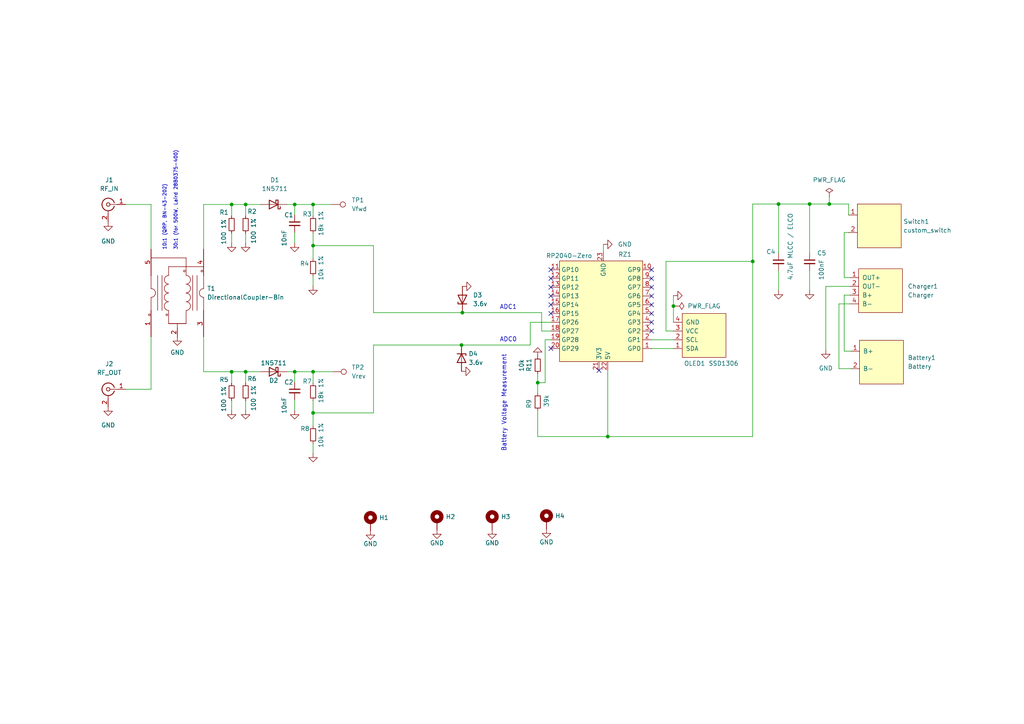
<source format=kicad_sch>
(kicad_sch (version 20211123) (generator eeschema)
  (paper "A4")
  (title_block (title "G8GYW QRP RF Meter") (date "2022-06-28") (rev "v0.02") (company "Modded by Dhiru (VU3CER)"))
  (lib_symbols
    (symbol "Connector:Conn_Coaxial" (pin_names (offset 1.016) hide)
      (property "Reference" "J" (at 0.254 3.048 0))
      (property "Value" "Conn_Coaxial" (at 2.921 0 90))
      (symbol "Conn_Coaxial_0_1"
        (arc (start -1.778 -0.508) (mid 0.2311 -1.8066) (end 1.778 0) (stroke (width 0.254)))
        (polyline (pts (xy -2.54 0) (xy -0.508 0)))
        (polyline (pts (xy 0 -2.54) (xy 0 -1.778)))
        (circle (center 0 0) (radius 0.508) (stroke (width 0.2032)))
        (arc (start 1.778 0) (mid 0.2099 1.8101) (end -1.778 0.508) (stroke (width 0.254)))
      )
      (symbol "Conn_Coaxial_1_1"
        (pin passive line (at -5.08 0 0) (length 2.54) (name "In") (number "1"))
        (pin passive line (at 0 -5.08 90) (length 2.54) (name "Ext") (number "2"))
      )
    )
    (symbol "Connector:TestPoint" (pin_numbers hide) (pin_names (offset 0.762) hide)
      (property "Reference" "TP" (at 0 6.858 0))
      (property "Value" "TestPoint" (at 0 5.08 0))
      (symbol "TestPoint_0_1"
        (circle (center 0 3.302) (radius 0.762))
      )
      (symbol "TestPoint_1_1"
        (pin passive line (at 0 0 90) (length 2.54) (name "1") (number "1"))
      )
    )
    (symbol "Device:C_Small" (pin_numbers hide) (pin_names (offset 0.254) hide)
      (property "Reference" "C" (at 0.254 1.778 0))
      (property "Value" "C_Small" (at 0.254 -2.032 0))
      (symbol "C_Small_0_1"
        (polyline (pts (xy -1.524 -0.508) (xy 1.524 -0.508)) (stroke (width 0.3302)))
        (polyline (pts (xy -1.524 0.508) (xy 1.524 0.508)) (stroke (width 0.3048)))
      )
      (symbol "C_Small_1_1"
        (pin passive line (at 0 2.54 270) (length 2.032) (name "~") (number "1"))
        (pin passive line (at 0 -2.54 90) (length 2.032) (name "~") (number "2"))
      )
    )
    (symbol "Device:D_Zener" (pin_numbers hide) (pin_names (offset 1.016) hide)
      (property "Reference" "D" (at 0 2.54 0))
      (property "Value" "D_Zener" (at 0 -2.54 0))
      (symbol "D_Zener_0_1"
        (polyline (pts (xy 1.27 0) (xy -1.27 0)))
        (polyline (pts (xy -1.27 -1.27) (xy -1.27 1.27) (xy -0.762 1.27)) (stroke (width 0.254)))
        (polyline (pts (xy 1.27 -1.27) (xy 1.27 1.27) (xy -1.27 0) (xy 1.27 -1.27)) (stroke (width 0.254)))
      )
      (symbol "D_Zener_1_1"
        (pin passive line (at -3.81 0 0) (length 2.54) (name "K") (number "1"))
        (pin passive line (at 3.81 0 180) (length 2.54) (name "A") (number "2"))
      )
    )
    (symbol "Device:R_Small" (pin_numbers hide) (pin_names (offset 0.254) hide)
      (property "Reference" "R" (at 0.762 0.508 0))
      (property "Value" "R_Small" (at 0.762 -1.016 0))
      (symbol "R_Small_0_1"
        (rectangle (start -0.762 1.778) (end 0.762 -1.778) (stroke (width 0.2032)))
      )
      (symbol "R_Small_1_1"
        (pin passive line (at 0 2.54 270) (length 0.762) (name "~") (number "1"))
        (pin passive line (at 0 -2.54 90) (length 0.762) (name "~") (number "2"))
      )
    )
    (symbol "Diode:1N5711" (pin_numbers hide) (pin_names (offset 1.016) hide)
      (property "Reference" "D" (at 0 2.54 0))
      (property "Value" "1N5711" (at 0 -2.54 0))
      (symbol "1N5711_0_1"
        (polyline (pts (xy 1.27 0) (xy -1.27 0)))
        (polyline (pts (xy 1.27 1.27) (xy 1.27 -1.27) (xy -1.27 0) (xy 1.27 1.27)) (stroke (width 0.254)))
        (polyline (pts (xy -1.905 0.635) (xy -1.905 1.27) (xy -1.27 1.27) (xy -1.27 -1.27) (xy -0.635 -1.27) (xy -0.635 -0.635)) (stroke (width 0.254)))
      )
      (symbol "1N5711_1_1"
        (pin passive line (at -3.81 0 0) (length 2.54) (name "K") (number "1"))
        (pin passive line (at 3.81 0 180) (length 2.54) (name "A") (number "2"))
      )
    )
    (symbol "Mechanical:MountingHole_Pad" (pin_numbers hide) (pin_names (offset 1.016) hide)
      (property "Reference" "H" (at 0 6.35 0))
      (property "Value" "MountingHole_Pad" (at 0 4.445 0))
      (symbol "MountingHole_Pad_0_1"
        (circle (center 0 1.27) (radius 1.27) (stroke (width 1.27)))
      )
      (symbol "MountingHole_Pad_1_1"
        (pin input line (at 0 -2.54 90) (length 2.54) (name "1") (number "1"))
      )
    )
    (symbol "custom_battery:Battery" (pin_names (offset 1.016))
      (property "Reference" "Battery1" (at 8.128 1.2701 0))
      (property "Value" "Battery" (at 8.128 -1.2699 0))
      (symbol "Battery_0_1"
        (rectangle (start -6.35 6.35) (end 6.35 -6.35) (fill (type background)))
      )
      (symbol "Battery_1_1"
        (pin bidirectional line (at -8.89 3.175 0) (length 2.54) (name "B+") (number "1"))
        (pin bidirectional line (at -8.89 -1.905 0) (length 2.54) (name "B-") (number "2"))
      )
    )
    (symbol "custom_charger:Charger" (pin_names (offset 1.016))
      (property "Reference" "Charger?" (at 8.128 1.2701 0))
      (property "Value" "Charger" (at 8.128 -1.2699 0))
      (symbol "Charger_0_1"
        (rectangle (start -6.35 6.35) (end 6.35 -6.35) (fill (type background)))
      )
      (symbol "Charger_1_1"
        (pin passive line (at -8.89 3.81 0) (length 2.54) (name "OUT+") (number "1"))
        (pin passive line (at -8.89 1.27 0) (length 2.54) (name "OUT-") (number "2"))
        (pin passive line (at -8.89 -1.27 0) (length 2.54) (name "B+") (number "3"))
        (pin passive line (at -8.89 -3.81 0) (length 2.54) (name "B-") (number "4"))
      )
    )
    (symbol "directionalcoupler-bin-modded:DirectionalCoupler-Bin" (pin_names (offset 1.016) hide)
      (property "Reference" "T1" (at 8.382 -5.334 0))
      (property "Value" "BN43-202" (at -1.778 9.652 0))
      (symbol "DirectionalCoupler-Bin_0_1"
        (circle (center -6.35 3.048) (radius 0.254))
        (circle (center -6.35 8.128) (radius 0.254))
        (arc (start -3.81 3.7846) (mid -4.6901 3.4201) (end -5.08 2.54))
        (arc (start -2.5654 2.54) (mid -2.9299 3.4201) (end -3.81 3.7846))
        (arc (start -1.27 3.7846) (mid -2.1501 3.4201) (end -2.54 2.54))
        (arc (start -1.27 7.62) (mid -0.898 6.722) (end 0 6.35))
        (arc (start -0.0254 2.54) (mid -0.3899 3.4201) (end -1.27 3.7846))
        (polyline (pts (xy -10.16 0) (xy -8.89 0)))
        (polyline (pts (xy -8.89 2.54) (xy -8.89 -2.54)))
        (polyline (pts (xy -5.08 5.715) (xy 5.08 5.715)))
        (polyline (pts (xy -1.27 -7.62) (xy -5.08 -7.62)))
        (polyline (pts (xy -1.27 7.62) (xy -5.08 7.62)))
        (polyline (pts (xy 1.27 -7.62) (xy 5.08 -7.62)))
        (polyline (pts (xy 1.27 7.62) (xy 5.08 7.62)))
        (polyline (pts (xy 5.08 -2.54) (xy 10.16 -2.54)))
        (polyline (pts (xy 5.08 2.54) (xy 7.62 2.54)))
        (polyline (pts (xy 5.08 4.445) (xy -5.08 4.445)))
        (polyline (pts (xy 7.62 -7.62) (xy 7.62 2.54)))
        (polyline (pts (xy 10.16 7.62) (xy 10.16 -2.54)))
        (polyline (pts (xy -5.08 2.54) (xy -8.89 2.54) (xy -8.89 -2.54) (xy -5.08 -2.54)))
        (arc (start 0 6.35) (mid 0.898 6.722) (end 1.2446 7.62))
        (arc (start 1.27 3.7846) (mid 0.3899 3.4201) (end 0 2.54))
        (arc (start 2.5146 2.54) (mid 2.1501 3.4201) (end 1.27 3.7846))
        (arc (start 3.81 3.7592) (mid 2.9299 3.3947) (end 2.54 2.5146))
        (arc (start 5.0546 2.5146) (mid 4.6901 3.3947) (end 3.81 3.7592))
        (circle (center 6.35 -7.112) (radius 0.254))
        (circle (center 6.35 -2.032) (radius 0.254))
      )
      (symbol "DirectionalCoupler-Bin_1_1"
        (arc (start -5.08 -2.54) (mid -4.708 -3.438) (end -3.81 -3.81))
        (arc (start -3.81 -3.81) (mid -2.912 -3.438) (end -2.5654 -2.54))
        (arc (start -2.54 -2.54) (mid -2.168 -3.438) (end -1.27 -3.81))
        (arc (start -1.27 -3.81) (mid -0.372 -3.438) (end -0.0254 -2.54))
        (arc (start 0 -6.3754) (mid -0.8801 -6.7399) (end -1.27 -7.62))
        (arc (start 0 -2.54) (mid 0.372 -3.438) (end 1.27 -3.81))
        (polyline (pts (xy -5.08 -4.445) (xy 5.08 -4.445)))
        (polyline (pts (xy 5.08 -5.715) (xy -5.08 -5.715)))
        (arc (start 1.2446 -7.62) (mid 0.8801 -6.7399) (end 0 -6.3754))
        (arc (start 1.27 -3.81) (mid 2.168 -3.438) (end 2.5146 -2.54))
        (arc (start 2.54 -2.54) (mid 2.912 -3.438) (end 3.81 -3.81))
        (arc (start 3.81 -3.81) (mid 4.708 -3.438) (end 5.0546 -2.54))
        (pin passive line (at -12.7 7.62 0) (length 7.62) (name "1") (number "1"))
        (pin input line (at -12.7 0 0) (length 2.54) (name "2") (number "2"))
        (pin passive line (at -12.7 -7.62 0) (length 7.62) (name "3") (number "3"))
        (pin passive line (at 12.7 -7.62 180) (length 7.62) (name "4") (number "4"))
        (pin passive line (at 12.7 7.62 180) (length 7.62) (name "5") (number "5"))
      )
    )
    (symbol "power:GND" (power) (pin_names (offset 0))
      (property "Value" "GND" (at 0 -3.81 0))
      (symbol "GND_0_1"
        (polyline (pts (xy 0 0) (xy 0 -1.27) (xy 1.27 -1.27) (xy 0 -2.54) (xy -1.27 -1.27) (xy 0 -1.27)))
      )
      (symbol "GND_1_1"
        (pin power_in line (at 0 0 270) (length 0) hide (name "GND") (number "1"))
      )
    )
    (symbol "power:PWR_FLAG" (power) (pin_numbers hide) (pin_names (offset 0) hide)
      (property "Value" "PWR_FLAG" (at 0 3.81 0))
      (symbol "PWR_FLAG_0_0"
        (pin power_out line (at 0 0 90) (length 0) (name "pwr") (number "1"))
      )
      (symbol "PWR_FLAG_0_1"
        (polyline (pts (xy 0 0) (xy 0 1.27) (xy -1.016 1.905) (xy 0 2.54) (xy 1.016 1.905) (xy 0 1.27)))
      )
    )
    (symbol "rp2040-zero:RP2040-Zero"
      (property "Reference" "RZ" (at 0 0 0))
      (property "Value" "RP2040-Zero" (at 0 -2.54 0))
      (symbol "RP2040-Zero_0_1"
        (rectangle (start -11.43 -15.24) (end 12.7 13.97) (fill (type background)))
      )
      (symbol "RP2040-Zero_1_1"
        (pin bidirectional line (at -13.97 10.16 0) (length 2.54) (name "GP0") (number "1"))
        (pin bidirectional line (at -13.97 -12.7 0) (length 2.54) (name "GP9") (number "10"))
        (pin bidirectional line (at 15.24 -12.7 180) (length 2.54) (name "GP10") (number "11"))
        (pin bidirectional line (at 15.24 -10.16 180) (length 2.54) (name "GP11") (number "12"))
        (pin bidirectional line (at 15.24 -7.62 180) (length 2.54) (name "GP12") (number "13"))
        (pin bidirectional line (at 15.24 -5.08 180) (length 2.54) (name "GP13") (number "14"))
        (pin bidirectional line (at 15.24 -2.54 180) (length 2.54) (name "GP14") (number "15"))
        (pin bidirectional line (at 15.24 0 180) (length 2.54) (name "GP15") (number "16"))
        (pin bidirectional line (at 15.24 2.54 180) (length 2.54) (name "GP26") (number "17"))
        (pin bidirectional line (at 15.24 5.08 180) (length 2.54) (name "GP27") (number "18"))
        (pin bidirectional line (at 15.24 7.62 180) (length 2.54) (name "GP28") (number "19"))
        (pin bidirectional line (at -13.97 7.62 0) (length 2.54) (name "GP1") (number "2"))
        (pin bidirectional line (at 15.24 10.16 180) (length 2.54) (name "GP29") (number "20"))
        (pin power_in line (at 1.27 16.51 270) (length 2.54) (name "3V3") (number "21"))
        (pin power_in line (at -1.27 16.51 270) (length 2.54) (name "5V") (number "22"))
        (pin power_in line (at 0 -17.78 90) (length 2.54) (name "GND") (number "23"))
        (pin bidirectional line (at -13.97 5.08 0) (length 2.54) (name "GP2") (number "3"))
        (pin bidirectional line (at -13.97 2.54 0) (length 2.54) (name "GP3") (number "4"))
        (pin bidirectional line (at -13.97 0 0) (length 2.54) (name "GP4") (number "5"))
        (pin bidirectional line (at -13.97 -2.54 0) (length 2.54) (name "GP5") (number "6"))
        (pin bidirectional line (at -13.97 -5.08 0) (length 2.54) (name "GP6") (number "7"))
        (pin bidirectional line (at -13.97 -7.62 0) (length 2.54) (name "GP7") (number "8"))
        (pin bidirectional line (at -13.97 -10.16 0) (length 2.54) (name "GP8") (number "9"))
      )
    )
    (symbol "ssd1306:SSD1306" (pin_names (offset 1.016))
      (property "Reference" "OLED1" (at -9.398 -0.508 90))
      (property "Value" "SSD1306" (at 8.001 -2.159 90))
      (symbol "SSD1306_0_1"
        (rectangle (start -6.35 6.35) (end 6.35 -6.35) (fill (type background)))
      )
      (symbol "SSD1306_1_1"
        (pin input line (at 3.81 8.89 270) (length 2.54) (name "SDA") (number "1"))
        (pin input line (at 1.27 8.89 270) (length 2.54) (name "SCL") (number "2"))
        (pin input line (at -1.27 8.89 270) (length 2.54) (name "VCC") (number "3"))
        (pin input line (at -3.81 8.89 270) (length 2.54) (name "GND") (number "4"))
      )
    )
    (symbol "switch:custom_switch" (pin_names (offset 1.016))
      (property "Reference" "Switch1" (at 2.54 10.795 90))
      (property "Value" "custom_switch" (at 0 9.525 90))
      (symbol "custom_switch_0_1"
        (rectangle (start -6.35 6.35) (end 6.35 -6.35) (fill (type background)))
      )
      (symbol "custom_switch_1_1"
        (pin passive line (at -8.89 3.175 0) (length 2.54) (name "") (number "1"))
        (pin passive line (at -8.89 -1.905 0) (length 2.54) (name "") (number "2"))
      )
    )
  )
  (junction (at 71.247 107.823))
  (junction (at 90.805 119.761))
  (junction (at 71.247 59.309))
  (junction (at 225.806 59.182))
  (junction (at 240.538 59.182))
  (junction (at 195.326 88.773))
  (junction (at 90.805 107.823))
  (junction (at 133.858 100.076))
  (junction (at 155.956 110.998))
  (junction (at 90.805 71.247))
  (junction (at 85.471 59.309))
  (junction (at 176.276 126.619))
  (junction (at 90.805 59.309))
  (junction (at 234.823 59.182))
  (junction (at 85.471 107.823))
  (junction (at 218.313 75.819))
  (junction (at 67.183 59.309))
  (junction (at 67.183 107.823))
  (junction (at 134.112 90.678))
  (no_connect (at 188.976 85.852))
  (no_connect (at 188.976 88.392))
  (no_connect (at 188.976 90.932))
  (no_connect (at 188.976 93.472))
  (no_connect (at 188.976 78.232))
  (no_connect (at 188.976 80.772))
  (no_connect (at 188.976 83.312))
  (no_connect (at 159.766 83.312))
  (no_connect (at 159.766 80.772))
  (no_connect (at 159.766 78.232))
  (no_connect (at 159.766 85.852))
  (no_connect (at 159.766 101.092))
  (no_connect (at 159.766 90.932))
  (no_connect (at 159.766 88.392))
  (no_connect (at 188.976 96.012))
  (no_connect (at 173.736 107.442))
  (wire (pts (xy 108.331 71.247) (xy 108.331 90.678)))
  (wire (pts (xy 153.797 100.076) (xy 153.797 93.472)))
  (wire (pts (xy 134.112 90.678) (xy 157.099 90.678)))
  (wire (pts (xy 71.247 107.823) (xy 71.247 111.125)))
  (wire (pts (xy 90.805 71.247) (xy 90.805 75.057)))
  (wire (pts (xy 85.471 107.823) (xy 90.805 107.823)))
  (wire (pts (xy 244.856 80.518) (xy 246.507 80.518)))
  (wire (pts (xy 240.538 57.15) (xy 240.538 59.182)))
  (wire (pts (xy 176.276 126.619) (xy 155.956 126.619)))
  (wire (pts (xy 59.055 97.663) (xy 59.055 107.823)))
  (wire (pts (xy 90.805 119.761) (xy 90.805 123.571)))
  (wire (pts (xy 243.332 106.934) (xy 246.761 106.934)))
  (wire (pts (xy 36.449 112.903) (xy 43.815 112.903)))
  (wire (pts (xy 90.805 80.137) (xy 90.805 82.931)))
  (wire (pts (xy 155.956 110.998) (xy 155.956 114.046)))
  (wire (pts (xy 71.247 59.309) (xy 75.565 59.309)))
  (wire (pts (xy 85.471 59.309) (xy 90.805 59.309)))
  (wire (pts (xy 67.183 59.309) (xy 67.183 62.611)))
  (wire (pts (xy 195.326 88.773) (xy 195.326 93.472)))
  (wire (pts (xy 71.247 67.691) (xy 71.247 70.485)))
  (wire (pts (xy 159.766 98.552) (xy 158.115 98.552)))
  (wire (pts (xy 234.823 59.182) (xy 240.538 59.182)))
  (wire (pts (xy 218.313 75.819) (xy 218.313 126.619)))
  (wire (pts (xy 85.471 59.309) (xy 85.471 62.357)))
  (wire (pts (xy 67.183 107.823) (xy 71.247 107.823)))
  (wire (pts (xy 90.805 119.761) (xy 108.331 119.761)))
  (wire (pts (xy 155.956 119.126) (xy 155.956 126.619)))
  (wire (pts (xy 193.167 75.819) (xy 218.313 75.819)))
  (wire (pts (xy 157.099 90.678) (xy 157.099 96.012)))
  (wire (pts (xy 195.326 85.725) (xy 195.326 88.773)))
  (wire (pts (xy 83.185 59.309) (xy 85.471 59.309)))
  (wire (pts (xy 243.332 88.138) (xy 243.332 106.934)))
  (wire (pts (xy 175.006 70.866) (xy 175.006 73.152)))
  (wire (pts (xy 108.331 90.678) (xy 134.112 90.678)))
  (wire (pts (xy 244.856 67.437) (xy 246.126 67.437)))
  (wire (pts (xy 244.856 101.854) (xy 246.761 101.854)))
  (wire (pts (xy 246.126 62.357) (xy 246.126 59.182)))
  (wire (pts (xy 71.247 116.205) (xy 71.247 118.999)))
  (wire (pts (xy 90.805 107.823) (xy 90.805 111.125)))
  (wire (pts (xy 155.956 108.458) (xy 155.956 110.998)))
  (wire (pts (xy 239.522 101.473) (xy 239.522 83.058)))
  (wire (pts (xy 67.183 59.309) (xy 71.247 59.309)))
  (wire (pts (xy 195.326 96.012) (xy 193.167 96.012)))
  (wire (pts (xy 133.858 100.076) (xy 153.797 100.076)))
  (wire (pts (xy 108.331 100.076) (xy 133.858 100.076)))
  (wire (pts (xy 195.326 88.773) (xy 195.834 88.773)))
  (wire (pts (xy 234.823 59.182) (xy 234.823 73.406)))
  (wire (pts (xy 59.055 59.309) (xy 67.183 59.309)))
  (wire (pts (xy 157.099 96.012) (xy 159.766 96.012)))
  (wire (pts (xy 244.856 67.437) (xy 244.856 80.518)))
  (wire (pts (xy 67.183 116.205) (xy 67.183 118.999)))
  (wire (pts (xy 83.185 107.823) (xy 85.471 107.823)))
  (wire (pts (xy 67.183 67.691) (xy 67.183 70.485)))
  (wire (pts (xy 108.331 100.076) (xy 108.331 119.761)))
  (wire (pts (xy 158.115 98.552) (xy 158.115 110.998)))
  (wire (pts (xy 67.183 107.823) (xy 67.183 111.125)))
  (wire (pts (xy 176.276 126.619) (xy 218.313 126.619)))
  (wire (pts (xy 244.856 85.598) (xy 244.856 101.854)))
  (wire (pts (xy 36.449 59.309) (xy 43.815 59.309)))
  (wire (pts (xy 158.115 110.998) (xy 155.956 110.998)))
  (wire (pts (xy 43.815 59.309) (xy 43.815 72.263)))
  (wire (pts (xy 246.507 85.598) (xy 244.856 85.598)))
  (wire (pts (xy 225.806 59.182) (xy 225.806 73.406)))
  (wire (pts (xy 85.471 107.823) (xy 85.471 110.871)))
  (wire (pts (xy 218.313 59.182) (xy 218.313 75.819)))
  (wire (pts (xy 153.797 93.472) (xy 159.766 93.472)))
  (wire (pts (xy 43.815 97.663) (xy 43.815 112.903)))
  (wire (pts (xy 59.055 107.823) (xy 67.183 107.823)))
  (wire (pts (xy 85.471 67.437) (xy 85.471 70.485)))
  (wire (pts (xy 225.806 59.182) (xy 234.823 59.182)))
  (wire (pts (xy 234.823 78.486) (xy 234.823 84.201)))
  (wire (pts (xy 239.522 83.058) (xy 246.507 83.058)))
  (wire (pts (xy 176.276 107.442) (xy 176.276 126.619)))
  (wire (pts (xy 240.538 59.182) (xy 246.126 59.182)))
  (wire (pts (xy 90.805 59.309) (xy 96.139 59.309)))
  (wire (pts (xy 225.806 78.486) (xy 225.806 84.201)))
  (wire (pts (xy 90.805 128.651) (xy 90.805 131.445)))
  (wire (pts (xy 71.247 59.309) (xy 71.247 62.611)))
  (wire (pts (xy 246.507 88.138) (xy 243.332 88.138)))
  (wire (pts (xy 218.313 59.182) (xy 225.806 59.182)))
  (wire (pts (xy 85.471 115.951) (xy 85.471 118.999)))
  (wire (pts (xy 90.805 107.823) (xy 96.393 107.823)))
  (wire (pts (xy 90.805 67.691) (xy 90.805 71.247)))
  (wire (pts (xy 188.976 101.092) (xy 195.326 101.092)))
  (wire (pts (xy 90.805 116.205) (xy 90.805 119.761)))
  (wire (pts (xy 90.805 59.309) (xy 90.805 62.611)))
  (wire (pts (xy 193.167 75.819) (xy 193.167 96.012)))
  (wire (pts (xy 188.976 98.552) (xy 195.326 98.552)))
  (wire (pts (xy 90.805 71.247) (xy 108.331 71.247)))
  (wire (pts (xy 59.055 59.309) (xy 59.055 72.263)))
  (wire (pts (xy 71.247 107.823) (xy 75.565 107.823)))
  (text "Battery Voltage Measurement" (at 146.939 131.064 90) (effects (font (size 1.27 1.27)) (justify left bottom)))
  (text "ADC0" (at 144.907 99.314 0) (effects (font (size 1.27 1.27)) (justify left bottom)))
  (text "ADC1" (at 144.907 89.916 0) (effects (font (size 1.27 1.27)) (justify left bottom)))
  (text "10:1 (QRP, BN-43-202)\n\n30:1 (for 500W, Laird 28B0375-400)" (at 51.562 72.644 90) (effects (font (size 1 1)) (justify left bottom)))
  (symbol (lib_id "power:GND") (at 107.442 153.924 0) (unit 1)
    (property "Reference" "#PWR0104" (effects hide))
    (property "Value" "GND" (at 107.442 157.734 0))
  )
  (symbol (lib_id "power:GND") (at 126.746 153.67 0) (unit 1)
    (property "Reference" "#PWR0105" (effects hide))
    (property "Value" "GND" (at 126.746 157.48 0))
  )
  (symbol (lib_id "Device:D_Zener") (at 134.112 86.868 90) (unit 1)
    (property "Reference" "D3" (at 137.16 85.5979 90) (effects (justify right)))
    (property "Value" "3.6v" (at 137.16 88.1379 90) (effects (justify right)))
    (property "Footprint" "Diode_THT:D_DO-41_SOD81_P2.54mm_Vertical_KathodeUp" (effects hide))
  )
  (symbol (lib_id "Diode:1N5711") (at 79.375 107.823 180) (unit 1)
    (property "Reference" "D2" (at 79.375 110.363 0))
    (property "Value" "1N5711" (at 79.375 105.283 0))
    (property "Footprint" "Diode_THT:D_DO-35_SOD27_P2.54mm_Vertical_KathodeUp" (effects hide))
    (property "Datasheet" "https://www.microsemi.com/document-portal/doc_download/8865-lds-0040-datasheet" (effects hide))
  )
  (symbol (lib_id "power:GND") (at 234.823 84.201 0) (unit 1)
    (property "Reference" "#PWR015" (effects hide))
    (property "Value" "GND" (effects hide))
  )
  (symbol (lib_id "Device:C_Small") (at 225.806 75.946 0) (unit 1)
    (property "Reference" "C4" (at 222.25 73.025 0) (effects (justify left)))
    (property "Value" "4.7uF MLCC / ELCO" (at 229.235 81.28 90) (effects (justify left)))
    (property "Footprint" "Capacitor_SMD:C_1206_3216Metric_Pad1.33x1.80mm_HandSolder" (effects hide))
  )
  (symbol (lib_id "power:GND") (at 175.006 70.866 90) (unit 1)
    (property "Reference" "#PWR012" (effects hide))
    (property "Value" "GND" (at 179.197 70.8659 90) (effects (justify right)))
  )
  (symbol (lib_id "power:GND") (at 195.326 85.725 90) (unit 1)
    (property "Reference" "#PWR011" (effects hide))
    (property "Value" "GND" (effects hide))
  )
  (symbol (lib_id "Device:C_Small") (at 234.823 75.946 0) (unit 1)
    (property "Reference" "C5" (at 236.982 73.406 0) (effects (justify left)))
    (property "Value" "100nF" (at 238.252 81.28 90) (effects (justify left)))
    (property "Footprint" "Capacitor_SMD:C_1206_3216Metric_Pad1.33x1.80mm_HandSolder" (effects hide))
  )
  (symbol (lib_id "power:GND") (at 155.956 103.378 180) (unit 1)
    (property "Reference" "#PWR013" (effects hide))
    (property "Value" "GND" (effects hide))
  )
  (symbol (lib_id "power:GND") (at 31.369 117.983 0) (unit 1)
    (property "Reference" "#PWR06" (effects hide))
    (property "Value" "GND" (at 31.369 123.317 0))
  )
  (symbol (lib_id "power:GND") (at 90.805 82.931 0) (unit 1)
    (property "Reference" "#PWR09" (effects hide))
    (property "Value" "GND" (effects hide))
  )
  (symbol (lib_id "power:GND") (at 85.471 70.485 0) (unit 1)
    (property "Reference" "#PWR07" (effects hide))
    (property "Value" "GND" (effects hide))
  )
  (symbol (lib_id "Device:R_Small") (at 67.183 113.665 0) (unit 1)
    (property "Reference" "R5" (at 63.627 110.109 0) (effects (justify left)))
    (property "Value" "100 1%" (at 64.897 119.507 90) (effects (justify left)))
    (property "Footprint" "Resistor_SMD:R_1206_3216Metric_Pad1.30x1.75mm_HandSolder" (effects hide))
  )
  (symbol (lib_id "power:GND") (at 71.247 118.999 0) (unit 1)
    (property "Reference" "#PWR04" (effects hide))
    (property "Value" "GND" (effects hide))
  )
  (symbol (lib_id "rp2040-zero:RP2040-Zero") (at 175.006 90.932 180) (unit 1)
    (property "Reference" "RZ1" (at 179.324 73.787 0) (effects (justify right)))
    (property "Value" "RP2040-Zero" (at 158.369 74.168 0) (effects (justify right)))
    (property "Footprint" "footprints:RP2040-Zero" (effects hide))
  )
  (symbol (lib_id "power:PWR_FLAG") (at 195.834 88.773 270) (unit 1)
    (property "Reference" "#FLG0102" (effects hide))
    (property "Value" "PWR_FLAG" (at 199.39 88.7729 90) (effects (justify left)))
  )
  (symbol (lib_id "power:GND") (at 134.112 83.058 90) (unit 1)
    (property "Reference" "#PWR0107" (effects hide))
    (property "Value" "GND" (effects hide))
  )
  (symbol (lib_id "Connector:TestPoint") (at 96.139 59.309 270) (unit 1)
    (property "Reference" "TP1" (at 101.981 58.0389 90) (effects (justify left)))
    (property "Value" "Vfwd" (at 101.981 60.5789 90) (effects (justify left)))
    (property "Footprint" "Connector_PinHeader_2.54mm:PinHeader_1x01_P2.54mm_Vertical" (effects hide))
  )
  (symbol (lib_id "Diode:1N5711") (at 79.375 59.309 180) (unit 1)
    (property "Reference" "D1" (at 79.6925 52.197 0))
    (property "Value" "1N5711" (at 79.6925 54.737 0))
    (property "Footprint" "Diode_THT:D_DO-35_SOD27_P2.54mm_Vertical_KathodeUp" (effects hide))
    (property "Datasheet" "https://www.microsemi.com/document-portal/doc_download/8865-lds-0040-datasheet" (effects hide))
  )
  (symbol (lib_id "Device:R_Small") (at 90.805 126.111 0) (unit 1)
    (property "Reference" "R8" (at 87.122 124.333 0) (effects (justify left)))
    (property "Value" "10k 1%" (at 93.091 129.921 90) (effects (justify left)))
    (property "Footprint" "Resistor_SMD:R_1206_3216Metric_Pad1.30x1.75mm_HandSolder" (effects hide))
  )
  (symbol (lib_id "ssd1306:SSD1306") (at 204.216 97.282 90) (mirror x) (unit 1)
    (property "Reference" "OLED1" (at 198.374 105.41 90) (effects (justify right)))
    (property "Value" "SSD1306" (at 205.486 105.41 90) (effects (justify right)))
    (property "Footprint" "Connector_PinHeader_2.54mm:PinHeader_1x04_P2.54mm_Vertical" (effects hide))
  )
  (symbol (lib_id "Device:R_Small") (at 67.183 65.151 0) (unit 1)
    (property "Reference" "R1" (at 63.627 61.595 0) (effects (justify left)))
    (property "Value" "100 1%" (at 64.897 70.993 90) (effects (justify left)))
    (property "Footprint" "Resistor_SMD:R_1206_3216Metric_Pad1.30x1.75mm_HandSolder" (effects hide))
  )
  (symbol (lib_id "power:GND") (at 67.183 118.999 0) (unit 1)
    (property "Reference" "#PWR02" (effects hide))
    (property "Value" "GND" (effects hide))
  )
  (symbol (lib_id "Device:D_Zener") (at 133.858 103.886 270) (unit 1)
    (property "Reference" "D4" (at 135.89 102.6159 90) (effects (justify left)))
    (property "Value" "3.6v" (at 135.89 105.1559 90) (effects (justify left)))
    (property "Footprint" "Diode_THT:D_DO-41_SOD81_P2.54mm_Vertical_KathodeUp" (effects hide))
  )
  (symbol (lib_id "power:GND") (at 239.522 101.473 0) (unit 1)
    (property "Reference" "#PWR0103" (effects hide))
    (property "Value" "GND" (at 239.522 106.807 0))
  )
  (symbol (lib_id "Device:R_Small") (at 90.805 113.665 0) (unit 1)
    (property "Reference" "R7" (at 87.757 110.617 0) (effects (justify left)))
    (property "Value" "18k 1%" (at 93.091 116.967 90) (effects (justify left)))
    (property "Footprint" "Resistor_SMD:R_1206_3216Metric_Pad1.30x1.75mm_HandSolder" (effects hide))
  )
  (symbol (lib_id "power:GND") (at 158.496 153.416 0) (unit 1)
    (property "Reference" "#PWR0102" (effects hide))
    (property "Value" "GND" (at 158.496 157.226 0))
  )
  (symbol (lib_id "Mechanical:MountingHole_Pad") (at 107.442 151.384 0) (unit 1)
    (property "Reference" "H1" (at 109.982 150.1394 0) (effects (justify left)))
    (property "Value" "MountingHole_Pad" (effects hide))
    (property "Footprint" "MountingHole:MountingHole_3.2mm_M3_ISO7380_Pad" (effects hide))
  )
  (symbol (lib_id "directionalcoupler-bin-modded:DirectionalCoupler-Bin") (at 51.435 84.963 90) (unit 1)
    (property "Reference" "T1" (at 60.071 83.6929 90) (effects (justify right)))
    (property "Value" "DirectionalCoupler-Bin" (at 60.071 86.2329 90) (effects (justify right)))
    (property "Footprint" "footprints:BN-43-202-5P" (effects hide))
    (property "Datasheet" "http://www.amidoncorp.com/bn-43-202/" (effects hide))
  )
  (symbol (lib_id "power:GND") (at 51.435 97.663 0) (unit 1)
    (property "Reference" "#PWR0101" (effects hide))
    (property "Value" "GND" (at 51.435 102.235 0))
  )
  (symbol (lib_id "Device:R_Small") (at 155.956 105.918 0) (unit 1)
    (property "Reference" "R11" (at 153.416 107.823 90) (effects (justify left)))
    (property "Value" "10k" (at 151.257 107.823 90) (effects (justify left)))
    (property "Footprint" "Resistor_SMD:R_1206_3216Metric_Pad1.30x1.75mm_HandSolder" (effects hide))
  )
  (symbol (lib_id "switch:custom_switch") (at 255.016 65.532 0) (unit 1)
    (property "Reference" "Switch1" (at 262.001 64.2619 0) (effects (justify left)))
    (property "Value" "custom_switch" (at 262.001 66.8019 0) (effects (justify left)))
    (property "Footprint" "Connector_PinHeader_2.54mm:PinHeader_1x02_P2.54mm_Vertical" (effects hide))
  )
  (symbol (lib_id "Device:R_Small") (at 71.247 113.665 0) (unit 1)
    (property "Reference" "R6" (at 71.755 109.855 0) (effects (justify left)))
    (property "Value" "100 1%" (at 73.533 119.253 90) (effects (justify left)))
    (property "Footprint" "Resistor_SMD:R_1206_3216Metric_Pad1.30x1.75mm_HandSolder" (effects hide))
  )
  (symbol (lib_id "power:GND") (at 85.471 118.999 0) (unit 1)
    (property "Reference" "#PWR08" (effects hide))
    (property "Value" "GND" (effects hide))
  )
  (symbol (lib_id "power:GND") (at 31.369 64.389 0) (unit 1)
    (property "Reference" "#PWR05" (effects hide))
    (property "Value" "GND" (at 31.369 69.977 0))
  )
  (symbol (lib_id "Connector:Conn_Coaxial") (at 31.369 59.309 0) (mirror y) (unit 1)
    (property "Reference" "J1" (at 31.6864 52.197 0))
    (property "Value" "RF_IN" (at 31.6864 54.737 0))
    (property "Footprint" "Connector_Coaxial:SMA_Samtec_SMA-J-P-X-ST-EM1_EdgeMount" (effects hide))
    (property "Datasheet" " ~" (effects hide))
  )
  (symbol (lib_id "Device:R_Small") (at 90.805 77.597 0) (unit 1)
    (property "Reference" "R4" (at 86.995 76.454 0) (effects (justify left)))
    (property "Value" "10k 1%" (at 93.091 81.407 90) (effects (justify left)))
    (property "Footprint" "Resistor_SMD:R_1206_3216Metric_Pad1.30x1.75mm_HandSolder" (effects hide))
  )
  (symbol (lib_id "Device:C_Small") (at 85.471 64.897 0) (unit 1)
    (property "Reference" "C1" (at 82.423 62.357 0) (effects (justify left)))
    (property "Value" "10nF" (at 82.423 71.501 90) (effects (justify left)))
    (property "Footprint" "Capacitor_SMD:C_1206_3216Metric_Pad1.33x1.80mm_HandSolder" (effects hide))
  )
  (symbol (lib_id "Device:R_Small") (at 90.805 65.151 0) (unit 1)
    (property "Reference" "R3" (at 87.757 62.103 0) (effects (justify left)))
    (property "Value" "18k 1%" (at 93.091 68.453 90) (effects (justify left)))
    (property "Footprint" "Resistor_SMD:R_1206_3216Metric_Pad1.30x1.75mm_HandSolder" (effects hide))
  )
  (symbol (lib_id "Mechanical:MountingHole_Pad") (at 158.496 150.876 0) (unit 1)
    (property "Reference" "H4" (at 161.036 149.6314 0) (effects (justify left)))
    (property "Value" "MountingHole_Pad" (effects hide))
    (property "Footprint" "MountingHole:MountingHole_3.2mm_M3_ISO7380_Pad" (effects hide))
  )
  (symbol (lib_id "power:GND") (at 133.858 107.696 90) (unit 1)
    (property "Reference" "#PWR0108" (effects hide))
    (property "Value" "GND" (effects hide))
  )
  (symbol (lib_id "Mechanical:MountingHole_Pad") (at 142.748 151.13 0) (unit 1)
    (property "Reference" "H3" (at 145.288 149.8854 0) (effects (justify left)))
    (property "Value" "MountingHole_Pad" (effects hide))
    (property "Footprint" "MountingHole:MountingHole_3.2mm_M3_ISO7380_Pad" (effects hide))
  )
  (symbol (lib_id "power:GND") (at 67.183 70.485 0) (unit 1)
    (property "Reference" "#PWR01" (effects hide))
    (property "Value" "GND" (effects hide))
  )
  (symbol (lib_id "Connector:TestPoint") (at 96.393 107.823 270) (unit 1)
    (property "Reference" "TP2" (at 101.981 106.5529 90) (effects (justify left)))
    (property "Value" "Vrev" (at 101.981 109.0929 90) (effects (justify left)))
    (property "Footprint" "Connector_PinHeader_2.54mm:PinHeader_1x01_P2.54mm_Vertical" (effects hide))
  )
  (symbol (lib_id "power:GND") (at 90.805 131.445 0) (unit 1)
    (property "Reference" "#PWR010" (effects hide))
    (property "Value" "GND" (effects hide))
  )
  (symbol (lib_id "power:GND") (at 225.806 84.201 0) (unit 1)
    (property "Reference" "#PWR014" (effects hide))
    (property "Value" "GND" (effects hide))
  )
  (symbol (lib_id "custom_charger:Charger") (at 255.397 84.328 0) (unit 1)
    (property "Reference" "Charger1" (at 263.271 83.0579 0) (effects (justify left)))
    (property "Value" "Charger" (at 263.271 85.5979 0) (effects (justify left)))
    (property "Footprint" "Connector_PinHeader_2.54mm:PinHeader_1x04_P2.54mm_Vertical" (effects hide))
  )
  (symbol (lib_id "Mechanical:MountingHole_Pad") (at 126.746 151.13 0) (unit 1)
    (property "Reference" "H2" (at 129.286 149.8854 0) (effects (justify left)))
    (property "Value" "MountingHole_Pad" (effects hide))
    (property "Footprint" "MountingHole:MountingHole_3.2mm_M3_ISO7380_Pad" (effects hide))
  )
  (symbol (lib_id "power:PWR_FLAG") (at 240.538 57.15 0) (unit 1)
    (property "Reference" "#FLG0101" (effects hide))
    (property "Value" "PWR_FLAG" (at 240.538 52.197 0))
  )
  (symbol (lib_id "Connector:Conn_Coaxial") (at 31.369 112.903 0) (mirror y) (unit 1)
    (property "Reference" "J2" (at 31.6864 105.537 0))
    (property "Value" "RF_OUT" (at 31.6864 108.077 0))
    (property "Footprint" "Connector_Coaxial:SMA_Samtec_SMA-J-P-X-ST-EM1_EdgeMount" (effects hide))
    (property "Datasheet" " ~" (effects hide))
  )
  (symbol (lib_id "Device:R_Small") (at 71.247 65.151 0) (unit 1)
    (property "Reference" "R2" (at 71.755 61.341 0) (effects (justify left)))
    (property "Value" "100 1%" (at 73.533 70.739 90) (effects (justify left)))
    (property "Footprint" "Resistor_SMD:R_1206_3216Metric_Pad1.30x1.75mm_HandSolder" (effects hide))
  )
  (symbol (lib_id "Device:C_Small") (at 85.471 113.411 0) (unit 1)
    (property "Reference" "C2" (at 82.423 110.871 0) (effects (justify left)))
    (property "Value" "10nF" (at 82.423 120.015 90) (effects (justify left)))
    (property "Footprint" "Capacitor_SMD:C_1206_3216Metric_Pad1.33x1.80mm_HandSolder" (effects hide))
  )
  (symbol (lib_id "Device:R_Small") (at 155.956 116.586 0) (unit 1)
    (property "Reference" "R9" (at 153.416 118.491 90) (effects (justify left)))
    (property "Value" "39k" (at 158.496 118.11 90) (effects (justify left)))
    (property "Footprint" "Resistor_SMD:R_1206_3216Metric_Pad1.30x1.75mm_HandSolder" (effects hide))
  )
  (symbol (lib_id "power:GND") (at 142.748 153.67 0) (unit 1)
    (property "Reference" "#PWR0106" (effects hide))
    (property "Value" "GND" (at 142.748 157.48 0))
  )
  (symbol (lib_id "power:GND") (at 71.247 70.485 0) (unit 1)
    (property "Reference" "#PWR03" (effects hide))
    (property "Value" "GND" (effects hide))
  )
  (symbol (lib_id "custom_battery:Battery") (at 255.651 105.029 0) (unit 1)
    (property "Reference" "Battery1" (at 263.271 103.7589 0) (effects (justify left)))
    (property "Value" "Battery" (at 263.271 106.2989 0) (effects (justify left)))
    (property "Footprint" "Connector_PinHeader_2.54mm:PinHeader_1x02_P2.54mm_Vertical" (effects hide))
  )
)
</source>
